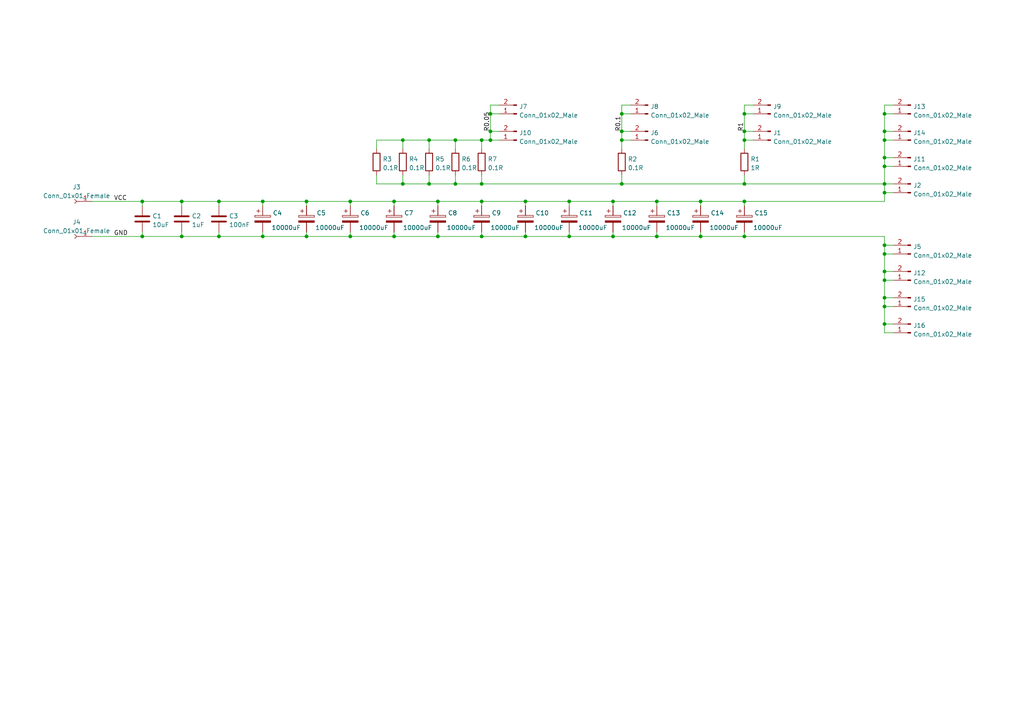
<source format=kicad_sch>
(kicad_sch (version 20211123) (generator eeschema)
  (paper "A4")
  (lib_symbols
    (symbol "Connector:Conn_01x01_Female" (pin_names (offset 1.016) hide)
      (property "Reference" "J" (at 0 2.54 0))
      (property "Value" "Conn_01x01_Female" (at 0 -2.54 0))
      (symbol "Conn_01x01_Female_1_1"
        (polyline (pts (xy -1.27 0) (xy -0.508 0)) (stroke (width 0.1524)))
        (arc (start 0 0.508) (mid -0.508 0) (end 0 -0.508) (stroke (width 0.1524)))
        (pin passive line (at -5.08 0 0) (length 3.81) (name "Pin_1") (number "1"))
      )
    )
    (symbol "Connector:Conn_01x02_Male" (pin_names (offset 1.016) hide)
      (property "Reference" "J" (at 0 2.54 0))
      (property "Value" "Conn_01x02_Male" (at 0 -5.08 0))
      (symbol "Conn_01x02_Male_1_1"
        (polyline (pts (xy 1.27 -2.54) (xy 0.8636 -2.54)) (stroke (width 0.1524)))
        (polyline (pts (xy 1.27 0) (xy 0.8636 0)) (stroke (width 0.1524)))
        (rectangle (start 0.8636 -2.413) (end 0 -2.667) (stroke (width 0.1524)) (fill (type outline)))
        (rectangle (start 0.8636 0.127) (end 0 -0.127) (stroke (width 0.1524)) (fill (type outline)))
        (pin passive line (at 5.08 0 180) (length 3.81) (name "Pin_1") (number "1"))
        (pin passive line (at 5.08 -2.54 180) (length 3.81) (name "Pin_2") (number "2"))
      )
    )
    (symbol "Device:C" (pin_numbers hide) (pin_names (offset 0.254))
      (property "Reference" "C" (at 0.635 2.54 0))
      (property "Value" "C" (at 0.635 -2.54 0))
      (symbol "C_0_1"
        (polyline (pts (xy -2.032 -0.762) (xy 2.032 -0.762)) (stroke (width 0.508)))
        (polyline (pts (xy -2.032 0.762) (xy 2.032 0.762)) (stroke (width 0.508)))
      )
      (symbol "C_1_1"
        (pin passive line (at 0 3.81 270) (length 2.794) (name "~") (number "1"))
        (pin passive line (at 0 -3.81 90) (length 2.794) (name "~") (number "2"))
      )
    )
    (symbol "Device:C_Polarized" (pin_numbers hide) (pin_names (offset 0.254))
      (property "Reference" "C" (at 0.635 2.54 0))
      (property "Value" "C_Polarized" (at 0.635 -2.54 0))
      (symbol "C_Polarized_0_1"
        (rectangle (start -2.286 0.508) (end 2.286 1.016))
        (polyline (pts (xy -1.778 2.286) (xy -0.762 2.286)))
        (polyline (pts (xy -1.27 2.794) (xy -1.27 1.778)))
        (rectangle (start 2.286 -0.508) (end -2.286 -1.016) (fill (type outline)))
      )
      (symbol "C_Polarized_1_1"
        (pin passive line (at 0 3.81 270) (length 2.794) (name "~") (number "1"))
        (pin passive line (at 0 -3.81 90) (length 2.794) (name "~") (number "2"))
      )
    )
    (symbol "Device:R" (pin_numbers hide) (pin_names (offset 0))
      (property "Reference" "R" (at 2.032 0 90))
      (property "Value" "R" (at 0 0 90))
      (symbol "R_0_1"
        (rectangle (start -1.016 -2.54) (end 1.016 2.54) (stroke (width 0.254)))
      )
      (symbol "R_1_1"
        (pin passive line (at 0 3.81 270) (length 1.27) (name "~") (number "1"))
        (pin passive line (at 0 -3.81 90) (length 1.27) (name "~") (number "2"))
      )
    )
  )
  (junction (at 114.3 58.42))
  (junction (at 215.9 68.58))
  (junction (at 203.2 68.58))
  (junction (at 101.6 68.58))
  (junction (at 124.46 40.64))
  (junction (at 180.34 33.02))
  (junction (at 76.2 58.42))
  (junction (at 180.34 38.1))
  (junction (at 127 58.42))
  (junction (at 256.54 78.74))
  (junction (at 116.84 40.64))
  (junction (at 132.08 40.64))
  (junction (at 177.8 58.42))
  (junction (at 165.1 68.58))
  (junction (at 256.54 45.72))
  (junction (at 215.9 53.34))
  (junction (at 116.84 53.34))
  (junction (at 139.7 40.64))
  (junction (at 142.24 38.1))
  (junction (at 215.9 38.1))
  (junction (at 190.5 58.42))
  (junction (at 256.54 55.88))
  (junction (at 256.54 53.34))
  (junction (at 142.24 40.64))
  (junction (at 256.54 40.64))
  (junction (at 152.4 58.42))
  (junction (at 215.9 33.02))
  (junction (at 256.54 88.9))
  (junction (at 76.2 68.58))
  (junction (at 215.9 40.64))
  (junction (at 63.5 68.58))
  (junction (at 203.2 58.42))
  (junction (at 256.54 48.26))
  (junction (at 165.1 58.42))
  (junction (at 256.54 71.12))
  (junction (at 256.54 33.02))
  (junction (at 127 68.58))
  (junction (at 139.7 53.34))
  (junction (at 63.5 58.42))
  (junction (at 88.9 58.42))
  (junction (at 124.46 53.34))
  (junction (at 142.24 33.02))
  (junction (at 256.54 73.66))
  (junction (at 41.275 58.42))
  (junction (at 256.54 38.1))
  (junction (at 101.6 58.42))
  (junction (at 256.54 86.36))
  (junction (at 139.7 58.42))
  (junction (at 177.8 68.58))
  (junction (at 139.7 68.58))
  (junction (at 132.08 53.34))
  (junction (at 88.9 68.58))
  (junction (at 256.54 93.98))
  (junction (at 180.34 40.64))
  (junction (at 152.4 68.58))
  (junction (at 52.705 68.58))
  (junction (at 180.34 53.34))
  (junction (at 114.3 68.58))
  (junction (at 52.705 58.42))
  (junction (at 256.54 81.28))
  (junction (at 215.9 58.42))
  (junction (at 41.275 68.58))
  (junction (at 190.5 68.58))
  (wire (pts (xy 180.34 40.64) (xy 180.34 43.18)))
  (wire (pts (xy 63.5 58.42) (xy 76.2 58.42)))
  (wire (pts (xy 41.275 68.58) (xy 52.705 68.58)))
  (wire (pts (xy 88.9 58.42) (xy 88.9 59.69)))
  (wire (pts (xy 177.8 68.58) (xy 177.8 67.31)))
  (wire (pts (xy 215.9 58.42) (xy 215.9 59.69)))
  (wire (pts (xy 203.2 58.42) (xy 203.2 59.69)))
  (wire (pts (xy 256.54 71.12) (xy 256.54 68.58)))
  (wire (pts (xy 127 58.42) (xy 139.7 58.42)))
  (wire (pts (xy 215.9 53.34) (xy 256.54 53.34)))
  (wire (pts (xy 139.7 40.64) (xy 139.7 43.18)))
  (wire (pts (xy 180.34 40.64) (xy 180.34 38.1)))
  (wire (pts (xy 203.2 68.58) (xy 215.9 68.58)))
  (wire (pts (xy 114.3 58.42) (xy 127 58.42)))
  (wire (pts (xy 177.8 58.42) (xy 177.8 59.69)))
  (wire (pts (xy 26.67 68.58) (xy 41.275 68.58)))
  (wire (pts (xy 116.84 40.64) (xy 116.84 43.18)))
  (wire (pts (xy 88.9 68.58) (xy 101.6 68.58)))
  (wire (pts (xy 109.22 53.34) (xy 116.84 53.34)))
  (wire (pts (xy 256.54 81.28) (xy 256.54 86.36)))
  (wire (pts (xy 116.84 53.34) (xy 124.46 53.34)))
  (wire (pts (xy 142.24 40.64) (xy 142.24 38.1)))
  (wire (pts (xy 256.54 38.1) (xy 256.54 40.64)))
  (wire (pts (xy 116.84 50.8) (xy 116.84 53.34)))
  (wire (pts (xy 256.54 88.9) (xy 259.08 88.9)))
  (wire (pts (xy 76.2 68.58) (xy 88.9 68.58)))
  (wire (pts (xy 41.275 67.31) (xy 41.275 68.58)))
  (wire (pts (xy 256.54 33.02) (xy 259.08 33.02)))
  (wire (pts (xy 101.6 68.58) (xy 114.3 68.58)))
  (wire (pts (xy 215.9 38.1) (xy 215.9 40.64)))
  (wire (pts (xy 139.7 58.42) (xy 139.7 59.69)))
  (wire (pts (xy 256.54 86.36) (xy 256.54 88.9)))
  (wire (pts (xy 180.34 33.02) (xy 180.34 30.48)))
  (wire (pts (xy 256.54 48.26) (xy 256.54 53.34)))
  (wire (pts (xy 218.44 33.02) (xy 215.9 33.02)))
  (wire (pts (xy 139.7 40.64) (xy 132.08 40.64)))
  (wire (pts (xy 180.34 38.1) (xy 182.88 38.1)))
  (wire (pts (xy 139.7 58.42) (xy 152.4 58.42)))
  (wire (pts (xy 52.705 68.58) (xy 52.705 67.31)))
  (wire (pts (xy 144.78 40.64) (xy 142.24 40.64)))
  (wire (pts (xy 256.54 40.64) (xy 256.54 45.72)))
  (wire (pts (xy 215.9 30.48) (xy 215.9 33.02)))
  (wire (pts (xy 26.67 58.42) (xy 41.275 58.42)))
  (wire (pts (xy 127 68.58) (xy 127 67.31)))
  (wire (pts (xy 190.5 58.42) (xy 190.5 59.69)))
  (wire (pts (xy 139.7 53.34) (xy 180.34 53.34)))
  (wire (pts (xy 256.54 53.34) (xy 259.08 53.34)))
  (wire (pts (xy 256.54 71.12) (xy 259.08 71.12)))
  (wire (pts (xy 177.8 68.58) (xy 190.5 68.58)))
  (wire (pts (xy 127 68.58) (xy 139.7 68.58)))
  (wire (pts (xy 114.3 68.58) (xy 114.3 67.31)))
  (wire (pts (xy 124.46 53.34) (xy 132.08 53.34)))
  (wire (pts (xy 139.7 53.34) (xy 139.7 50.8)))
  (wire (pts (xy 101.6 58.42) (xy 101.6 59.69)))
  (wire (pts (xy 109.22 40.64) (xy 109.22 43.18)))
  (wire (pts (xy 142.24 33.02) (xy 144.78 33.02)))
  (wire (pts (xy 256.54 78.74) (xy 256.54 81.28)))
  (wire (pts (xy 190.5 68.58) (xy 190.5 67.31)))
  (wire (pts (xy 215.9 58.42) (xy 256.54 58.42)))
  (wire (pts (xy 215.9 50.8) (xy 215.9 53.34)))
  (wire (pts (xy 132.08 40.64) (xy 132.08 43.18)))
  (wire (pts (xy 180.34 33.02) (xy 182.88 33.02)))
  (wire (pts (xy 124.46 50.8) (xy 124.46 53.34)))
  (wire (pts (xy 109.22 50.8) (xy 109.22 53.34)))
  (wire (pts (xy 116.84 40.64) (xy 109.22 40.64)))
  (wire (pts (xy 256.54 71.12) (xy 256.54 73.66)))
  (wire (pts (xy 256.54 45.72) (xy 259.08 45.72)))
  (wire (pts (xy 139.7 68.58) (xy 139.7 67.31)))
  (wire (pts (xy 256.54 96.52) (xy 259.08 96.52)))
  (wire (pts (xy 76.2 68.58) (xy 76.2 67.31)))
  (wire (pts (xy 41.275 58.42) (xy 41.275 59.69)))
  (wire (pts (xy 218.44 30.48) (xy 215.9 30.48)))
  (wire (pts (xy 52.705 58.42) (xy 63.5 58.42)))
  (wire (pts (xy 124.46 40.64) (xy 124.46 43.18)))
  (wire (pts (xy 203.2 58.42) (xy 215.9 58.42)))
  (wire (pts (xy 180.34 50.8) (xy 180.34 53.34)))
  (wire (pts (xy 52.705 58.42) (xy 52.705 59.69)))
  (wire (pts (xy 180.34 30.48) (xy 182.88 30.48)))
  (wire (pts (xy 259.08 48.26) (xy 256.54 48.26)))
  (wire (pts (xy 256.54 58.42) (xy 256.54 55.88)))
  (wire (pts (xy 256.54 30.48) (xy 256.54 33.02)))
  (wire (pts (xy 63.5 58.42) (xy 63.5 59.69)))
  (wire (pts (xy 256.54 93.98) (xy 256.54 96.52)))
  (wire (pts (xy 256.54 38.1) (xy 259.08 38.1)))
  (wire (pts (xy 142.24 38.1) (xy 142.24 33.02)))
  (wire (pts (xy 165.1 58.42) (xy 177.8 58.42)))
  (wire (pts (xy 124.46 40.64) (xy 116.84 40.64)))
  (wire (pts (xy 218.44 40.64) (xy 215.9 40.64)))
  (wire (pts (xy 203.2 68.58) (xy 203.2 67.31)))
  (wire (pts (xy 256.54 73.66) (xy 259.08 73.66)))
  (wire (pts (xy 52.705 68.58) (xy 63.5 68.58)))
  (wire (pts (xy 256.54 93.98) (xy 259.08 93.98)))
  (wire (pts (xy 256.54 33.02) (xy 256.54 38.1)))
  (wire (pts (xy 88.9 58.42) (xy 101.6 58.42)))
  (wire (pts (xy 63.5 68.58) (xy 76.2 68.58)))
  (wire (pts (xy 256.54 81.28) (xy 259.08 81.28)))
  (wire (pts (xy 101.6 58.42) (xy 114.3 58.42)))
  (wire (pts (xy 259.08 55.88) (xy 256.54 55.88)))
  (wire (pts (xy 76.2 58.42) (xy 76.2 59.69)))
  (wire (pts (xy 180.34 38.1) (xy 180.34 33.02)))
  (wire (pts (xy 177.8 58.42) (xy 190.5 58.42)))
  (wire (pts (xy 139.7 40.64) (xy 142.24 40.64)))
  (wire (pts (xy 215.9 33.02) (xy 215.9 38.1)))
  (wire (pts (xy 256.54 86.36) (xy 259.08 86.36)))
  (wire (pts (xy 63.5 68.58) (xy 63.5 67.31)))
  (wire (pts (xy 152.4 58.42) (xy 152.4 59.69)))
  (wire (pts (xy 41.275 58.42) (xy 52.705 58.42)))
  (wire (pts (xy 180.34 53.34) (xy 215.9 53.34)))
  (wire (pts (xy 101.6 68.58) (xy 101.6 67.31)))
  (wire (pts (xy 182.88 40.64) (xy 180.34 40.64)))
  (wire (pts (xy 152.4 68.58) (xy 152.4 67.31)))
  (wire (pts (xy 132.08 53.34) (xy 139.7 53.34)))
  (wire (pts (xy 215.9 68.58) (xy 215.9 67.31)))
  (wire (pts (xy 142.24 38.1) (xy 144.78 38.1)))
  (wire (pts (xy 165.1 68.58) (xy 177.8 68.58)))
  (wire (pts (xy 218.44 38.1) (xy 215.9 38.1)))
  (wire (pts (xy 142.24 33.02) (xy 142.24 30.48)))
  (wire (pts (xy 142.24 30.48) (xy 144.78 30.48)))
  (wire (pts (xy 215.9 40.64) (xy 215.9 43.18)))
  (wire (pts (xy 88.9 68.58) (xy 88.9 67.31)))
  (wire (pts (xy 259.08 30.48) (xy 256.54 30.48)))
  (wire (pts (xy 76.2 58.42) (xy 88.9 58.42)))
  (wire (pts (xy 132.08 50.8) (xy 132.08 53.34)))
  (wire (pts (xy 256.54 88.9) (xy 256.54 93.98)))
  (wire (pts (xy 256.54 40.64) (xy 259.08 40.64)))
  (wire (pts (xy 114.3 68.58) (xy 127 68.58)))
  (wire (pts (xy 132.08 40.64) (xy 124.46 40.64)))
  (wire (pts (xy 165.1 58.42) (xy 165.1 59.69)))
  (wire (pts (xy 139.7 68.58) (xy 152.4 68.58)))
  (wire (pts (xy 152.4 68.58) (xy 165.1 68.58)))
  (wire (pts (xy 256.54 78.74) (xy 259.08 78.74)))
  (wire (pts (xy 127 58.42) (xy 127 59.69)))
  (wire (pts (xy 256.54 55.88) (xy 256.54 53.34)))
  (wire (pts (xy 256.54 45.72) (xy 256.54 48.26)))
  (wire (pts (xy 215.9 68.58) (xy 256.54 68.58)))
  (wire (pts (xy 165.1 68.58) (xy 165.1 67.31)))
  (wire (pts (xy 190.5 68.58) (xy 203.2 68.58)))
  (wire (pts (xy 152.4 58.42) (xy 165.1 58.42)))
  (wire (pts (xy 114.3 58.42) (xy 114.3 59.69)))
  (wire (pts (xy 190.5 58.42) (xy 203.2 58.42)))
  (wire (pts (xy 256.54 73.66) (xy 256.54 78.74)))
  (label "R0.05" (at 142.24 38.1 90))
  (label "GND" (at 33.02 68.58 0))
  (label "VCC" (at 33.02 58.42 0))
  (label "R1" (at 215.9 38.1 90))
  (label "R0.1" (at 180.34 38.1 90))
  (symbol (lib_id "Device:C_Polarized") (at 165.1 63.5 0) (unit 1)
    (property "Reference" "C11" (at 168.021 61.7763 0) (effects (justify left)))
    (property "Value" "10000uF" (at 167.64 66.04 0) (effects (justify left)))
    (property "Footprint" "Capacitor_THT:C_Radial_D18.0mm_H35.5mm_P7.50mm" (effects hide))
  )
  (symbol (lib_id "Device:C_Polarized") (at 127 63.5 0) (unit 1)
    (property "Reference" "C8" (at 129.921 61.7763 0) (effects (justify left)))
    (property "Value" "10000uF" (at 129.54 66.04 0) (effects (justify left)))
    (property "Footprint" "Capacitor_THT:C_Radial_D18.0mm_H35.5mm_P7.50mm" (effects hide))
  )
  (symbol (lib_id "Device:C_Polarized") (at 114.3 63.5 0) (unit 1)
    (property "Reference" "C7" (at 117.221 61.7763 0) (effects (justify left)))
    (property "Value" "10000uF" (at 116.84 66.04 0) (effects (justify left)))
    (property "Footprint" "Capacitor_THT:C_Radial_D18.0mm_H35.5mm_P7.50mm" (effects hide))
  )
  (symbol (lib_id "Device:C_Polarized") (at 190.5 63.5 0) (unit 1)
    (property "Reference" "C13" (at 193.421 61.7763 0) (effects (justify left)))
    (property "Value" "10000uF" (at 193.04 66.04 0) (effects (justify left)))
    (property "Footprint" "Capacitor_THT:C_Radial_D18.0mm_H35.5mm_P7.50mm" (effects hide))
  )
  (symbol (lib_id "Device:R") (at 132.08 46.99 0) (unit 1)
    (property "Reference" "R6" (at 133.858 46.1553 0) (effects (justify left)))
    (property "Value" "0.1R" (at 133.858 48.6922 0) (effects (justify left)))
    (property "Footprint" "Resistor_SMD:R_1206_3216Metric_Pad1.30x1.75mm_HandSolder" (effects hide))
  )
  (symbol (lib_id "Device:R") (at 215.9 46.99 0) (unit 1)
    (property "Reference" "R1" (at 217.678 46.1553 0) (effects (justify left)))
    (property "Value" "1R" (at 217.678 48.6922 0) (effects (justify left)))
    (property "Footprint" "Resistor_SMD:R_1206_3216Metric_Pad1.30x1.75mm_HandSolder" (effects hide))
  )
  (symbol (lib_id "Device:C_Polarized") (at 76.2 63.5 0) (unit 1)
    (property "Reference" "C4" (at 79.121 61.7763 0) (effects (justify left)))
    (property "Value" "10000uF" (at 78.74 66.04 0) (effects (justify left)))
    (property "Footprint" "Capacitor_THT:C_Radial_D18.0mm_H35.5mm_P7.50mm" (effects hide))
  )
  (symbol (lib_id "Device:C") (at 41.275 63.5 0) (unit 1)
    (property "Reference" "C1" (at 44.196 62.6653 0) (effects (justify left)))
    (property "Value" "10uF" (at 44.196 65.2022 0) (effects (justify left)))
    (property "Footprint" "Capacitor_SMD:C_1206_3216Metric_Pad1.33x1.80mm_HandSolder" (effects hide))
  )
  (symbol (lib_id "Connector:Conn_01x02_Male") (at 264.16 88.9 180) (unit 1)
    (property "Reference" "J15" (at 264.8712 86.7953 0) (effects (justify right)))
    (property "Value" "Conn_01x02_Male" (at 264.8712 89.3322 0) (effects (justify right)))
    (property "Footprint" "Connector_PinHeader_2.54mm:PinHeader_1x02_P2.54mm_Vertical" (effects hide))
  )
  (symbol (lib_id "Connector:Conn_01x02_Male") (at 264.16 96.52 180) (unit 1)
    (property "Reference" "J16" (at 264.8712 94.4153 0) (effects (justify right)))
    (property "Value" "Conn_01x02_Male" (at 264.8712 96.9522 0) (effects (justify right)))
    (property "Footprint" "Connector_PinHeader_2.54mm:PinHeader_1x02_P2.54mm_Vertical" (effects hide))
  )
  (symbol (lib_id "Connector:Conn_01x02_Male") (at 264.16 40.64 180) (unit 1)
    (property "Reference" "J14" (at 264.8712 38.5353 0) (effects (justify right)))
    (property "Value" "Conn_01x02_Male" (at 264.8712 41.0722 0) (effects (justify right)))
    (property "Footprint" "Connector_PinHeader_2.54mm:PinHeader_1x02_P2.54mm_Vertical" (effects hide))
  )
  (symbol (lib_id "Connector:Conn_01x01_Female") (at 21.59 68.58 180) (unit 1)
    (property "Reference" "J4" (at 22.225 64.423 0))
    (property "Value" "Conn_01x01_Female" (at 22.225 66.9599 0))
    (property "Footprint" "Connector_PinHeader_2.54mm:PinHeader_1x01_P2.54mm_Horizontal" (effects hide))
  )
  (symbol (lib_id "Device:C_Polarized") (at 152.4 63.5 0) (unit 1)
    (property "Reference" "C10" (at 155.321 61.7763 0) (effects (justify left)))
    (property "Value" "10000uF" (at 154.94 66.04 0) (effects (justify left)))
    (property "Footprint" "Capacitor_THT:C_Radial_D18.0mm_H35.5mm_P7.50mm" (effects hide))
  )
  (symbol (lib_id "Connector:Conn_01x02_Male") (at 223.52 33.02 180) (unit 1)
    (property "Reference" "J9" (at 224.2312 30.9153 0) (effects (justify right)))
    (property "Value" "Conn_01x02_Male" (at 224.2312 33.4522 0) (effects (justify right)))
    (property "Footprint" "Connector_PinHeader_2.54mm:PinHeader_1x02_P2.54mm_Vertical" (effects hide))
  )
  (symbol (lib_id "Device:R") (at 116.84 46.99 0) (unit 1)
    (property "Reference" "R4" (at 118.618 46.1553 0) (effects (justify left)))
    (property "Value" "0.1R" (at 118.618 48.6922 0) (effects (justify left)))
    (property "Footprint" "Resistor_SMD:R_1206_3216Metric_Pad1.30x1.75mm_HandSolder" (effects hide))
  )
  (symbol (lib_id "Connector:Conn_01x02_Male") (at 149.86 33.02 180) (unit 1)
    (property "Reference" "J7" (at 150.5712 30.9153 0) (effects (justify right)))
    (property "Value" "Conn_01x02_Male" (at 150.5712 33.4522 0) (effects (justify right)))
    (property "Footprint" "Connector_PinHeader_2.54mm:PinHeader_1x02_P2.54mm_Vertical" (effects hide))
  )
  (symbol (lib_id "Connector:Conn_01x02_Male") (at 264.16 55.88 180) (unit 1)
    (property "Reference" "J2" (at 264.8712 53.7753 0) (effects (justify right)))
    (property "Value" "Conn_01x02_Male" (at 264.8712 56.3122 0) (effects (justify right)))
    (property "Footprint" "Connector_PinHeader_2.54mm:PinHeader_1x02_P2.54mm_Vertical" (effects hide))
  )
  (symbol (lib_id "Device:C") (at 63.5 63.5 0) (unit 1)
    (property "Reference" "C3" (at 66.421 62.6653 0) (effects (justify left)))
    (property "Value" "100nF" (at 66.421 65.2022 0) (effects (justify left)))
    (property "Footprint" "Capacitor_SMD:C_1206_3216Metric_Pad1.33x1.80mm_HandSolder" (effects hide))
  )
  (symbol (lib_id "Connector:Conn_01x02_Male") (at 187.96 33.02 180) (unit 1)
    (property "Reference" "J8" (at 188.6712 30.9153 0) (effects (justify right)))
    (property "Value" "Conn_01x02_Male" (at 188.6712 33.4522 0) (effects (justify right)))
    (property "Footprint" "Connector_PinHeader_2.54mm:PinHeader_1x02_P2.54mm_Vertical" (effects hide))
  )
  (symbol (lib_id "Device:C_Polarized") (at 139.7 63.5 0) (unit 1)
    (property "Reference" "C9" (at 142.621 61.7763 0) (effects (justify left)))
    (property "Value" "10000uF" (at 142.24 66.04 0) (effects (justify left)))
    (property "Footprint" "Capacitor_THT:C_Radial_D18.0mm_H35.5mm_P7.50mm" (effects hide))
  )
  (symbol (lib_id "Device:C_Polarized") (at 215.9 63.5 0) (unit 1)
    (property "Reference" "C15" (at 218.821 61.7763 0) (effects (justify left)))
    (property "Value" "10000uF" (at 218.44 66.04 0) (effects (justify left)))
    (property "Footprint" "Capacitor_THT:C_Radial_D18.0mm_H35.5mm_P7.50mm" (effects hide))
  )
  (symbol (lib_id "Connector:Conn_01x02_Male") (at 149.86 40.64 180) (unit 1)
    (property "Reference" "J10" (at 150.5712 38.5353 0) (effects (justify right)))
    (property "Value" "Conn_01x02_Male" (at 150.5712 41.0722 0) (effects (justify right)))
    (property "Footprint" "Connector_PinHeader_2.54mm:PinHeader_1x02_P2.54mm_Vertical" (effects hide))
  )
  (symbol (lib_id "Connector:Conn_01x01_Female") (at 21.59 58.42 180) (unit 1)
    (property "Reference" "J3" (at 22.225 54.263 0))
    (property "Value" "Conn_01x01_Female" (at 22.225 56.7999 0))
    (property "Footprint" "Connector_PinHeader_2.54mm:PinHeader_1x01_P2.54mm_Horizontal" (effects hide))
  )
  (symbol (lib_id "Device:R") (at 139.7 46.99 0) (unit 1)
    (property "Reference" "R7" (at 141.478 46.1553 0) (effects (justify left)))
    (property "Value" "0.1R" (at 141.478 48.6922 0) (effects (justify left)))
    (property "Footprint" "Resistor_SMD:R_1206_3216Metric_Pad1.30x1.75mm_HandSolder" (effects hide))
  )
  (symbol (lib_id "Connector:Conn_01x02_Male") (at 223.52 40.64 180) (unit 1)
    (property "Reference" "J1" (at 224.2312 38.5353 0) (effects (justify right)))
    (property "Value" "Conn_01x02_Male" (at 224.2312 41.0722 0) (effects (justify right)))
    (property "Footprint" "Connector_PinHeader_2.54mm:PinHeader_1x02_P2.54mm_Vertical" (effects hide))
  )
  (symbol (lib_id "Device:R") (at 109.22 46.99 0) (unit 1)
    (property "Reference" "R3" (at 110.998 46.1553 0) (effects (justify left)))
    (property "Value" "0.1R" (at 110.998 48.6922 0) (effects (justify left)))
    (property "Footprint" "Resistor_SMD:R_1206_3216Metric_Pad1.30x1.75mm_HandSolder" (effects hide))
  )
  (symbol (lib_id "Device:C_Polarized") (at 101.6 63.5 0) (unit 1)
    (property "Reference" "C6" (at 104.521 61.7763 0) (effects (justify left)))
    (property "Value" "10000uF" (at 104.14 66.04 0) (effects (justify left)))
    (property "Footprint" "Capacitor_THT:C_Radial_D18.0mm_H35.5mm_P7.50mm" (effects hide))
  )
  (symbol (lib_id "Device:C_Polarized") (at 203.2 63.5 0) (unit 1)
    (property "Reference" "C14" (at 206.121 61.7763 0) (effects (justify left)))
    (property "Value" "10000uF" (at 205.74 66.04 0) (effects (justify left)))
    (property "Footprint" "Capacitor_THT:C_Radial_D18.0mm_H35.5mm_P7.50mm" (effects hide))
  )
  (symbol (lib_id "Connector:Conn_01x02_Male") (at 187.96 40.64 180) (unit 1)
    (property "Reference" "J6" (at 188.6712 38.5353 0) (effects (justify right)))
    (property "Value" "Conn_01x02_Male" (at 188.6712 41.0722 0) (effects (justify right)))
    (property "Footprint" "Connector_PinHeader_2.54mm:PinHeader_1x02_P2.54mm_Vertical" (effects hide))
  )
  (symbol (lib_id "Connector:Conn_01x02_Male") (at 264.16 33.02 180) (unit 1)
    (property "Reference" "J13" (at 264.8712 30.9153 0) (effects (justify right)))
    (property "Value" "Conn_01x02_Male" (at 264.8712 33.4522 0) (effects (justify right)))
    (property "Footprint" "Connector_PinHeader_2.54mm:PinHeader_1x02_P2.54mm_Vertical" (effects hide))
  )
  (symbol (lib_id "Device:C_Polarized") (at 177.8 63.5 0) (unit 1)
    (property "Reference" "C12" (at 180.721 61.7763 0) (effects (justify left)))
    (property "Value" "10000uF" (at 180.34 66.04 0) (effects (justify left)))
    (property "Footprint" "Capacitor_THT:C_Radial_D18.0mm_H35.5mm_P7.50mm" (effects hide))
  )
  (symbol (lib_id "Device:R") (at 180.34 46.99 0) (unit 1)
    (property "Reference" "R2" (at 182.118 46.1553 0) (effects (justify left)))
    (property "Value" "0.1R" (at 182.118 48.6922 0) (effects (justify left)))
    (property "Footprint" "Resistor_SMD:R_1206_3216Metric_Pad1.30x1.75mm_HandSolder" (effects hide))
  )
  (symbol (lib_id "Device:C") (at 52.705 63.5 0) (unit 1)
    (property "Reference" "C2" (at 55.626 62.6653 0) (effects (justify left)))
    (property "Value" "1uF" (at 55.626 65.2022 0) (effects (justify left)))
    (property "Footprint" "Capacitor_SMD:C_1206_3216Metric_Pad1.33x1.80mm_HandSolder" (effects hide))
  )
  (symbol (lib_id "Connector:Conn_01x02_Male") (at 264.16 73.66 180) (unit 1)
    (property "Reference" "J5" (at 264.8712 71.5553 0) (effects (justify right)))
    (property "Value" "Conn_01x02_Male" (at 264.8712 74.0922 0) (effects (justify right)))
    (property "Footprint" "Connector_PinHeader_2.54mm:PinHeader_1x02_P2.54mm_Vertical" (effects hide))
  )
  (symbol (lib_id "Device:C_Polarized") (at 88.9 63.5 0) (unit 1)
    (property "Reference" "C5" (at 91.821 61.7763 0) (effects (justify left)))
    (property "Value" "10000uF" (at 91.44 66.04 0) (effects (justify left)))
    (property "Footprint" "Capacitor_THT:C_Radial_D18.0mm_H35.5mm_P7.50mm" (effects hide))
  )
  (symbol (lib_id "Connector:Conn_01x02_Male") (at 264.16 81.28 180) (unit 1)
    (property "Reference" "J12" (at 264.8712 79.1753 0) (effects (justify right)))
    (property "Value" "Conn_01x02_Male" (at 264.8712 81.7122 0) (effects (justify right)))
    (property "Footprint" "Connector_PinHeader_2.54mm:PinHeader_1x02_P2.54mm_Vertical" (effects hide))
  )
  (symbol (lib_id "Connector:Conn_01x02_Male") (at 264.16 48.26 180) (unit 1)
    (property "Reference" "J11" (at 264.8712 46.1553 0) (effects (justify right)))
    (property "Value" "Conn_01x02_Male" (at 264.8712 48.6922 0) (effects (justify right)))
    (property "Footprint" "Connector_PinHeader_2.54mm:PinHeader_1x02_P2.54mm_Vertical" (effects hide))
  )
  (symbol (lib_id "Device:R") (at 124.46 46.99 0) (unit 1)
    (property "Reference" "R5" (at 126.238 46.1553 0) (effects (justify left)))
    (property "Value" "0.1R" (at 126.238 48.6922 0) (effects (justify left)))
    (property "Footprint" "Resistor_SMD:R_1206_3216Metric_Pad1.30x1.75mm_HandSolder" (effects hide))
  )
)
</source>
